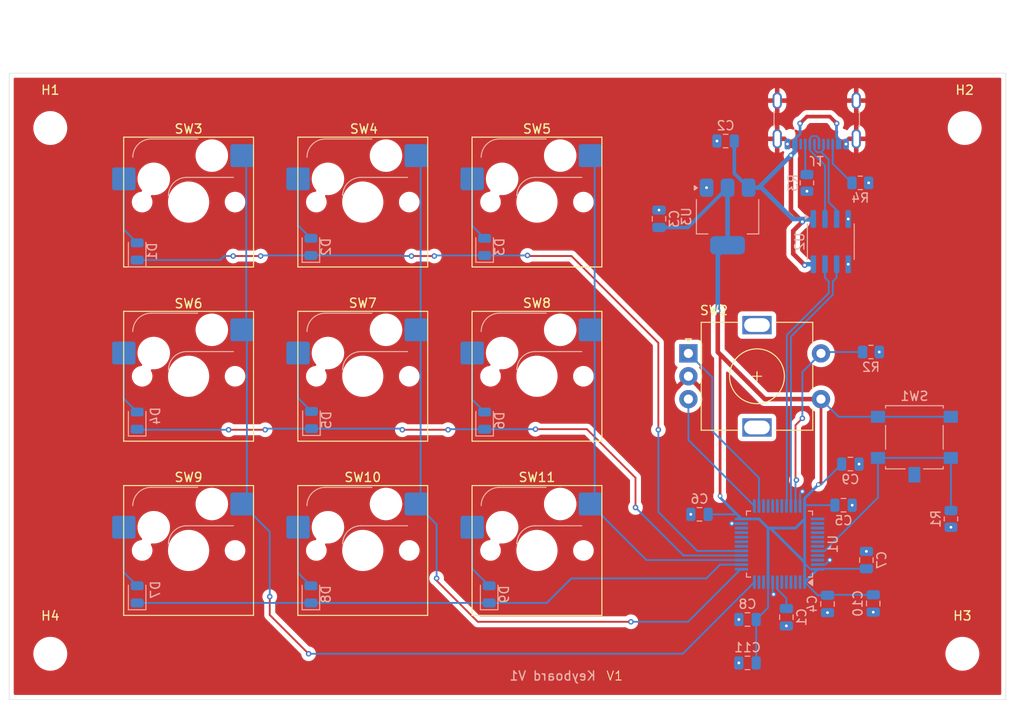
<source format=kicad_pcb>
(kicad_pcb (version 20241229) (generator "pcbnew") (generator_version "9.0")
  (layers (0 "F.Cu" signal) (2 "B.Cu" signal) (13 "F.Paste" user) (15 "B.Paste" user) (5 "F.SilkS" user "F.Silkscreen") (7 "B.SilkS" user "B.Silkscreen") (1 "F.Mask" user) (3 "B.Mask" user) (25 "Edge.Cuts" user))
  (net 0 "")
  (net 1 "GND")
  (net 2 "Net-(U1-NRST)")
  (net 3 "VBUS")
  (net 4 "+3.3V")
  (net 5 "Net-(D1-A)")
  (net 6 "/KR1")
  (net 7 "Net-(D2-A)")
  (net 8 "Net-(D3-A)")
  (net 9 "Net-(D4-A)")
  (net 10 "/KR2")
  (net 11 "Net-(D5-A)")
  (net 12 "Net-(D6-A)")
  (net 13 "/KR3")
  (net 14 "Net-(D7-A)")
  (net 15 "Net-(D8-A)")
  (net 16 "Net-(D9-A)")
  (net 17 "Net-(J1-D+-PadA6)")
  (net 18 "Net-(J1-D--PadA7)")
  (net 20 "Net-(J1-CC2)")
  (net 22 "Net-(J1-CC1)")
  (net 23 "/BOOT0")
  (net 24 "/MUTE")
  (net 25 "/ENCA")
  (net 26 "/ENCB")
  (net 27 "/KC1")
  (net 28 "/KC2")
  (net 29 "/KC3")
  (net 35 "/D+")
  (net 38 "/D-")
  (footprint "PCM_Switch_Keyboard_Hotswap_Kailh:SW_Hotswap_Kailh_MX_1.00u" (layer "F.Cu") (at 47.625 76.2)
    (property "Reference" "SW9")
    (property "Value" "SW_Push")
  )
  (footprint "PCM_Switch_Keyboard_Hotswap_Kailh:SW_Hotswap_Kailh_MX_1.00u" (layer "F.Cu") (at 47.625 38.1)
    (property "Reference" "SW3")
    (property "Value" "SW_Push")
  )
  (footprint "PCM_Switch_Keyboard_Hotswap_Kailh:SW_Hotswap_Kailh_MX_1.00u" (layer "F.Cu") (at 66.675 76.2)
    (property "Reference" "SW10")
    (property "Value" "SW_Push")
  )
  (footprint "PCM_Switch_Keyboard_Hotswap_Kailh:SW_Hotswap_Kailh_MX_1.00u" (layer "F.Cu") (at 85.725 57.15)
    (property "Reference" "SW8")
    (property "Value" "SW_Push")
  )
  (footprint "PCM_Switch_Keyboard_Hotswap_Kailh:SW_Hotswap_Kailh_MX_1.00u" (layer "F.Cu") (at 66.675 57.15)
    (property "Reference" "SW7")
    (property "Value" "SW_Push")
  )
  (footprint "Rotary_Encoder:RotaryEncoder_Alps_EC11E-Switch_Vertical_H20mm" (layer "F.Cu") (at 102.2875 54.65)
    (property "Reference" "SW2")
    (property "Value" "RotaryEncoder_Switch")
  )
  (footprint "PCM_Switch_Keyboard_Hotswap_Kailh:SW_Hotswap_Kailh_MX_1.00u" (layer "F.Cu") (at 66.675 38.1)
    (property "Reference" "SW4")
    (property "Value" "SW_Push")
  )
  (footprint "PCM_Switch_Keyboard_Hotswap_Kailh:SW_Hotswap_Kailh_MX_1.00u" (layer "F.Cu") (at 47.625 57.15)
    (property "Reference" "SW6")
    (property "Value" "SW_Push")
  )
  (footprint "PCM_Switch_Keyboard_Hotswap_Kailh:SW_Hotswap_Kailh_MX_1.00u" (layer "F.Cu") (at 85.725 76.2)
    (property "Reference" "SW11")
    (property "Value" "SW_Push")
  )
  (footprint "MountingHole:MountingHole_3.2mm_M3" (layer "F.Cu") (at 32.5 30)
    (property "Reference" "H1")
    (property "Value" "MountingHole")
  )
  (footprint "MountingHole:MountingHole_3.2mm_M3" (layer "F.Cu") (at 132.5 30)
    (property "Reference" "H2")
    (property "Value" "MountingHole")
  )
  (footprint "MountingHole:MountingHole_3.2mm_M3" (layer "F.Cu") (at 32.5 87.5)
    (property "Reference" "H4")
    (property "Value" "MountingHole")
  )
  (footprint "MountingHole:MountingHole_3.2mm_M3" (layer "F.Cu") (at 132.25 87.5)
    (property "Reference" "H3")
    (property "Value" "MountingHole")
  )
  (footprint "PCM_Switch_Keyboard_Hotswap_Kailh:SW_Hotswap_Kailh_MX_1.00u" (layer "F.Cu") (at 85.725 38.1)
    (property "Reference" "SW5")
    (property "Value" "SW_Push")
  )
  (footprint "Diode_SMD:D_0805_2012Metric" (layer "B.Cu") (at 80.5 81 90)
    (property "Reference" "D9")
    (property "Value" "D")
  )
  (footprint "Connector_USB:USB_C_Receptacle_GCT_USB4105-xx-A_16P_TopMnt_Horizontal" (layer "B.Cu") (at 116.32 28.075)
    (property "Reference" "J1")
    (property "Value" "USB_C_Receptacle_USB2.0_16P")
  )
  (footprint "Resistor_SMD:R_0805_2012Metric" (layer "B.Cu") (at 121.0875 36)
    (property "Reference" "R4")
    (property "Value" "5.1k")
  )
  (footprint "Capacitor_SMD:C_0805_2012Metric" (layer "B.Cu") (at 117.5 82.05 -90)
    (property "Reference" "C4")
    (property "Value" "100n")
  )
  (footprint "Capacitor_SMD:C_0805_2012Metric" (layer "B.Cu") (at 119.25 71.25)
    (property "Reference" "C5")
    (property "Value" "100n")
  )
  (footprint "Package_TO_SOT_SMD:SOT-223-3_TabPin2" (layer "B.Cu") (at 106.57 39.675 -90)
    (property "Reference" "U3")
    (property "Value" "AMS1117-3.3")
  )
  (footprint "Capacitor_SMD:C_0805_2012Metric" (layer "B.Cu") (at 108.75 83.75 180)
    (property "Reference" "C8")
    (property "Value" "10n")
  )
  (footprint "Diode_SMD:D_0805_2012Metric" (layer "B.Cu") (at 80 62 90)
    (property "Reference" "D6")
    (property "Value" "D")
  )
  (footprint "Resistor_SMD:R_0805_2012Metric" (layer "B.Cu") (at 131 72.75 -90)
    (property "Reference" "R1")
    (property "Value" "10k")
  )
  (footprint "Diode_SMD:D_0805_2012Metric" (layer "B.Cu") (at 42 62 90)
    (property "Reference" "D4")
    (property "Value" "D")
  )
  (footprint "Diode_SMD:D_0805_2012Metric" (layer "B.Cu") (at 61 81 90)
    (property "Reference" "D8")
    (property "Value" "D")
  )
  (footprint "Package_QFP:LQFP-48_7x7mm_P0.5mm" (layer "B.Cu") (at 112.25 75.5 90)
    (property "Reference" "U1")
    (property "Value" "STM32F072C8Tx")
  )
  (footprint "Capacitor_SMD:C_0805_2012Metric" (layer "B.Cu") (at 120 66.75)
    (property "Reference" "C9")
    (property "Value" "4.7u")
  )
  (footprint "Capacitor_SMD:C_0805_2012Metric" (layer "B.Cu") (at 99.07 39.925 90)
    (property "Reference" "C3")
    (property "Value" "10u")
  )
  (footprint "Capacitor_SMD:C_0805_2012Metric" (layer "B.Cu") (at 122.5 82 -90)
    (property "Reference" "C10")
    (property "Value" "4.7u")
  )
  (footprint "Package_SO:SOIC-8_3.9x4.9mm_P1.27mm" (layer "B.Cu") (at 117.8575 42.425 -90)
    (property "Reference" "U2")
    (property "Value" "USB6B1")
  )
  (footprint "Button_Switch_SMD:SW_SPST_B3S-1100" (layer "B.Cu") (at 127 64.75 180)
    (property "Reference" "SW1")
    (property "Value" "SW_Push")
  )
  (footprint "Resistor_SMD:R_0805_2012Metric" (layer "B.Cu") (at 115.25 36 -90)
    (property "Reference" "R3")
    (property "Value" "5.1k")
  )
  (footprint "Diode_SMD:D_0805_2012Metric" (layer "B.Cu") (at 42 43.5 90)
    (property "Reference" "D1")
    (property "Value" "D")
  )
  (footprint "Capacitor_SMD:C_0805_2012Metric" (layer "B.Cu") (at 108.75 88.5 180)
    (property "Reference" "C11")
    (property "Value" "1u")
  )
  (footprint "Capacitor_SMD:C_0805_2012Metric" (layer "B.Cu") (at 103.5 72.25 180)
    (property "Reference" "C6")
    (property "Value" "100n")
  )
  (footprint "Capacitor_SMD:C_0805_2012Metric" (layer "B.Cu") (at 106.3575 31.425 180)
    (property "Reference" "C2")
    (property "Value" "10u")
  )
  (footprint "Capacitor_SMD:C_0805_2012Metric" (layer "B.Cu") (at 121.75 77.25 90)
    (property "Reference" "C7")
    (property "Value" "100n")
  )
  (footprint "Diode_SMD:D_0805_2012Metric" (layer "B.Cu") (at 42 81 90)
    (property "Reference" "D7")
    (property "Value" "D")
  )
  (footprint "Capacitor_SMD:C_0805_2012Metric" (layer "B.Cu") (at 113 83.5 90)
    (property "Reference" "C1")
    (property "Value" "100n")
  )
  (footprint "Resistor_SMD:R_0805_2012Metric" (layer "B.Cu") (at 122.25 54.5)
    (property "Reference" "R2")
    (property "Value" "10k")
  )
  (footprint "Diode_SMD:D_0805_2012Metric" (layer "B.Cu") (at 61 43 90)
    (property "Reference" "D2")
    (property "Value" "D")
  )
  (footprint "Diode_SMD:D_0805_2012Metric" (layer "B.Cu") (at 61.0625 61.9375 90)
    (property "Reference" "D5")
    (property "Value" "D")
  )
  (footprint "Diode_SMD:D_0805_2012Metric" (layer "B.Cu") (at 80 43 90)
    (property "Reference" "D3")
    (property "Value" "D")
  )
  (gr_line (start 137 24) (end 137 92.5) (stroke (width 0.05)) (layer "Edge.Cuts"))
  (gr_line (start 28 24) (end 137 24) (stroke (width 0.05)) (layer "Edge.Cuts"))
  (gr_line (start 137 92.5) (end 28 92.5) (stroke (width 0.05)) (layer "Edge.Cuts"))
  (gr_line (start 28 24) (end 28 92.5) (stroke (width 0.05)) (layer "Edge.Cuts"))
  (gr_text "V1" (at 93.25 90.5 0) (layer "F.SilkS") (effects (font (size 1 1) (thickness 0.1)) (justify left bottom)))
  (gr_text "Keyboard V1" (at 92.25 90.5 0) (layer "B.SilkS") (effects (font (size 1 1)) (justify left bottom mirror)))
  (via (at 120.95 66.75) (size 0.6) (drill 0.3) (layers "F.Cu" "B.Cu") (net 1))
  (via (at 131 73.6625) (size 0.6) (drill 0.3) (layers "F.Cu" "B.Cu") (net 1))
  (via (at 119.52 31.755) (size 0.6) (drill 0.3) (layers "F.Cu" "B.Cu") (net 1))
  (via (at 122.5 82.95) (size 0.6) (drill 0.3) (layers "F.Cu" "B.Cu") (net 1))
  (via (at 114.75 69.75) (size 0.6) (drill 0.3) (layers "F.Cu" "B.Cu") (net 1))
  (via (at 123.1625 54.5) (size 0.6) (drill 0.3) (layers "F.Cu" "B.Cu") (net 1))
  (via (at 120.2 71.25) (size 0.6) (drill 0.3) (layers "F.Cu" "B.Cu") (net 1))
  (via (at 105.4075 31.425) (size 0.6) (drill 0.3) (layers "F.Cu" "B.Cu") (net 1))
  (via (at 115.25 36.9125) (size 0.6) (drill 0.3) (layers "F.Cu" "B.Cu") (net 1))
  (via (at 117.5 83) (size 0.6) (drill 0.3) (layers "F.Cu" "B.Cu") (net 1))
  (via (at 111.6 81) (size 0.6) (drill 0.3) (layers "F.Cu" "B.Cu") (net 1))
  (via (at 107.8 83.75) (size 0.6) (drill 0.3) (layers "F.Cu" "B.Cu") (net 1))
  (via (at 107.8 88.5) (size 0.6) (drill 0.3) (layers "F.Cu" "B.Cu") (net 1))
  (via (at 113.12 31.755) (size 0.6) (drill 0.3) (layers "F.Cu" "B.Cu") (net 1))
  (via (at 107.035648 73.25) (size 0.6) (drill 0.3) (layers "F.Cu" "B.Cu") (net 1))
  (via (at 99.07 38.975) (size 0.6) (drill 0.3) (layers "F.Cu" "B.Cu") (net 1))
  (via (at 113 84.45) (size 0.6) (drill 0.3) (layers "F.Cu" "B.Cu") (net 1))
  (via (at 102.55 72.25) (size 0.6) (drill 0.3) (layers "F.Cu" "B.Cu") (net 1))
  (via (at 122 36) (size 0.6) (drill 0.3) (layers "F.Cu" "B.Cu") (net 1))
  (via (at 121.75 76.3) (size 0.6) (drill 0.3) (layers "F.Cu" "B.Cu") (net 1))
  (via (at 119.7625 44.9) (size 0.6) (drill 0.3) (layers "F.Cu" "B.Cu") (net 1))
  (via (at 104.27 36.525) (size 0.6) (drill 0.3) (layers "F.Cu" "B.Cu") (net 1))
  (via (at 117.75 77.25) (size 0.6) (drill 0.3) (layers "F.Cu" "B.Cu") (net 1))
  (via (at 119.7625 39.95) (size 0.6) (drill 0.3) (layers "F.Cu" "B.Cu") (net 1))
  (segment (start 117.25 77.75) (end 117.75 77.25) (width 0.2) (layer "B.Cu") (net 1))
  (segment (start 111.5 79.6625) (end 111.5 80.9) (width 0.2) (layer "B.Cu") (net 1))
  (segment (start 111.5 80.9) (end 111.6 81) (width 0.2) (layer "B.Cu") (net 1))
  (segment (start 114.5 71.3375) (end 114.5 70) (width 0.2) (layer "B.Cu") (net 1))
  (segment (start 116.4125 77.75) (end 117.25 77.75) (width 0.2) (layer "B.Cu") (net 1))
  (segment (start 108.0875 73.25) (end 107.035648 73.25) (width 0.2) (layer "B.Cu") (net 1))
  (segment (start 114.5 70) (end 114.75 69.75) (width 0.2) (layer "B.Cu") (net 1))
  (segment (start 112 80.433824) (end 112 79.6625) (width 0.2) (layer "B.Cu") (net 2))
  (segment (start 113 81.433824) (end 112 80.433824) (width 0.2) (layer "B.Cu") (net 2))
  (segment (start 113 82.55) (end 113 81.433824) (width 0.2) (layer "B.Cu") (net 2))
  (segment (start 113.5 39) (end 114.75 40.25) (width 0.5) (layer "F.Cu") (net 3))
  (segment (start 115.25 28.75) (end 117.75 28.75) (width 0.4) (layer "F.Cu") (net 3))
  (segment (start 114.5 29.5) (end 115.25 28.75) (width 0.4) (layer "F.Cu") (net 3))
  (segment (start 113.75 41.25) (end 113.75 43.75) (width 0.5) (layer "F.Cu") (net 3))
  (segment (start 113.5 33) (end 113.5 39) (width 0.5) (layer "F.Cu") (net 3))
  (segment (start 117.75 28.75) (end 118.5 29.5) (width 0.4) (layer "F.Cu") (net 3))
  (segment (start 113.75 43.75) (end 115 45) (width 0.5) (layer "F.Cu") (net 3))
  (segment (start 114.75 40.25) (end 113.75 41.25) (width 0.5) (layer "F.Cu") (net 3))
  (via (at 114.5 29.5) (size 0.6) (drill 0.3) (layers "F.Cu" "B.Cu") (net 3))
  (via (at 113.5 33) (size 0.6) (drill 0.3) (layers "F.Cu" "B.Cu") (net 3))
  (via (at 114.75 40.25) (size 0.6) (drill 0.3) (layers "F.Cu" "B.Cu") (net 3))
  (via (at 118.5 29.5) (size 0.6) (drill 0.3) (layers "F.Cu" "B.Cu") (net 3))
  (via (at 115 45) (size 0.6) (drill 0.3) (layers "F.Cu" "B.Cu") (net 3))
  (segment (start 107.3075 31.425) (end 107.3075 34.9625) (width 0.4) (layer "B.Cu") (net 3))
  (segment (start 113.92 31.225466) (end 114.5 30.645466) (width 0.3) (layer "B.Cu") (net 3))
  (segment (start 115.9525 44.9) (end 115.1 44.9) (width 0.5) (layer "B.Cu") (net 3))
  (segment (start 113.7 39.95) (end 115.9525 39.95) (width 0.5) (layer "B.Cu") (net 3))
  (segment (start 114.75 40.25) (end 115 40) (width 0.5) (layer "B.Cu") (net 3))
  (segment (start 110.275 36.525) (end 113.7 39.95) (width 0.5) (layer "B.Cu") (net 3))
  (segment (start 108.87 36.525) (end 110.275 36.525) (width 0.5) (layer "B.Cu") (net 3))
  (segment (start 118.484 29.516) (end 118.5 29.5) (width 0.3) (layer "B.Cu") (net 3))
  (segment (start 115 40) (end 115.9025 40) (width 0.5) (layer "B.Cu") (net 3))
  (segment (start 107.3075 34.9625) (end 108.87 36.525) (width 0.4) (layer "B.Cu") (net 3))
  (segment (start 113.92 31.755) (end 113.92 32.58) (width 0.5) (layer "B.Cu") (net 3))
  (segment (start 115.1 44.9) (end 115 45) (width 0.5) (layer "B.Cu") (net 3))
  (segment (start 118.484 30.984) (end 118.484 29.516) (width 0.3) (layer "B.Cu") (net 3))
  (segment (start 113.92 31.755) (end 113.92 31.225466) (width 0.3) (layer "B.Cu") (net 3))
  (segment (start 115.9025 40) (end 115.9525 39.95) (width 0.5) (layer "B.Cu") (net 3))
  (segment (start 109.975 36.525) (end 108.87 36.525) (width 0.5) (layer "B.Cu") (net 3))
  (segment (start 118.72 31.755) (end 118.72 31.22) (width 0.3) (layer "B.Cu") (net 3))
  (segment (start 114.5 30.645466) (end 114.5 29.5) (width 0.3) (layer "B.Cu") (net 3))
  (segment (start 113.5 33) (end 109.975 36.525) (width 0.5) (layer "B.Cu") (net 3))
  (segment (start 118.72 31.22) (end 118.484 30.984) (width 0.3) (layer "B.Cu") (net 3))
  (segment (start 113.92 32.58) (end 113.5 33) (width 0.5) (layer "B.Cu") (net 3))
  (segment (start 110.65 59.65) (end 106 55) (width 0.5) (layer "F.Cu") (net 4))
  (segment (start 116.7875 68.7125) (end 116.7875 59.65) (width 0.3) (layer "F.Cu") (net 4))
  (segment (start 105.5 54.5) (end 105.5 50) (width 0.5) (layer "F.Cu") (net 4))
  (segment (start 105.75 54.75) (end 105.5 54.5) (width 0.3) (layer "F.Cu") (net 4))
  (segment (start 105.75 70.25) (end 105.75 54.75) (width 0.3) (layer "F.Cu") (net 4))
  (segment (start 116.5 69) (end 116.7875 68.7125) (width 0.3) (layer "F.Cu") (net 4))
  (segment (start 116.7875 59.65) (end 110.65 59.65) (width 0.5) (layer "F.Cu") (net 4))
  (segment (start 106 55) (end 105.5 54.5) (width 0.5) (layer "F.Cu") (net 4))
  (via (at 105.5 50) (size 0.6) (drill 0.3) (layers "F.Cu" "B.Cu") (net 4))
  (via (at 105.75 70.25) (size 0.5) (drill 0.3) (layers "F.Cu" "B.Cu") (net 4))
  (via (at 116.5 69) (size 0.5) (drill 0.3) (layers "F.Cu" "B.Cu") (net 4))
  (segment (start 114 73.75) (end 115 72.75) (width 0.3) (layer "B.Cu") (net 4))
  (segment (start 123.02 61.58) (end 118.7175 61.58) (width 0.2) (layer "B.Cu") (net 4))
  (segment (start 117.55 81.05) (end 117.5 81.1) (width 0.2) (layer "B.Cu") (net 4))
  (segment (start 108.0875 72.75) (end 105.75 70.4125) (width 0.3) (layer "B.Cu") (net 4))
  (segment (start 118.3 71.25) (end 115.0875 71.25) (width 0.2) (layer "B.Cu") (net 4))
  (segment (start 111 79.6625) (end 111 73.75) (width 0.3) (layer "B.Cu") (net 4))
  (segment (start 115 70.5) (end 116.5 69) (width 0.3) (layer "B.Cu") (net 4))
  (segment (start 115.641176 78.25) (end 115 77.608824) (width 0.2) (layer "B.Cu") (net 4))
  (segment (start 115.0875 71.25) (end 115 71.3375) (width 0.2) (layer "B.Cu") (net 4))
  (segment (start 99.07 40.875) (end 102.22 40.875) (width 0.4) (layer "B.Cu") (net 4))
  (segment (start 110 72.75) (end 108.0875 72.75) (width 0.3) (layer "B.Cu") (net 4))
  (segment (start 119.05 66.75) (end 116.8 69) (width 0.2) (layer "B.Cu") (net 4))
  (segment (start 115 77.5) (end 115 72.75) (width 0.3) (layer "B.Cu") (net 4))
  (segment (start 118.7175 61.58) (end 116.7875 59.65) (width 0.2) (layer "B.Cu") (net 4))
  (segment (start 115 77.608824) (end 115 77.5) (width 0.2) (layer "B.Cu") (net 4))
  (segment (start 111 82.45) (end 111 79.6625) (width 0.2) (layer "B.Cu") (net 4))
  (segment (start 109.7 83.75) (end 111 82.45) (width 0.2) (layer "B.Cu") (net 4))
  (segment (start 116.4625 78.2) (end 116.4125 78.25) (width 0.2) (layer "B.Cu") (net 4))
  (segment (start 115 71.3375) (end 115 70.5) (width 0.3) (layer "B.Cu") (net 4))
  (segment (start 116.8 69) (end 116.5 69) (width 0.2) (layer "B.Cu") (net 4))
  (segment (start 105.75 70.4125) (end 105.75 70.25) (width 0.3) (layer "B.Cu") (net 4))
  (segment (start 109.7 88.5) (end 109.7 83.75) (width 0.2) (layer "B.Cu") (net 4))
  (segment (start 111 73.75) (end 111.25 73.75) (width 0.3) (layer "B.Cu") (net 4))
  (segment (start 117.5 81.1) (end 116.4375 81.1) (width 0.2) (layer "B.Cu") (net 4))
  (segment (start 107.5875 72.25) (end 108.0875 72.75) (width 0.2) (layer "B.Cu") (net 4))
  (segment (start 121.75 78.2) (end 116.4625 78.2) (width 0.2) (layer "B.Cu") (net 4))
  (segment (start 111 73.75) (end 114 73.75) (width 0.3) (layer "B.Cu") (net 4))
  (segment (start 116.4125 78.25) (end 115.641176 78.25) (width 0.2) (layer "B.Cu") (net 4))
  (segment (start 116.7875 59.65) (end 117.24075 59.65) (width 0.5) (layer "B.Cu") (net 4))
  (segment (start 116.4375 81.1) (end 115 79.6625) (width 0.2) (layer "B.Cu") (net 4))
  (segment (start 105.5 43.895) (end 105.5 50) (width 0.5) (layer "B.Cu") (net 4))
  (segment (start 115 72.75) (end 115 71.3375) (width 0.3) (layer "B.Cu") (net 4))
  (segment (start 122.5 81.05) (end 117.55 81.05) (width 0.2) (layer "B.Cu") (net 4))
  (segment (start 104.45 72.25) (end 107.5875 72.25) (width 0.2) (layer "B.Cu") (net 4))
  (segment (start 130.98 61.58) (end 123.02 61.58) (width 0.2) (layer "B.Cu") (net 4))
  (segment (start 102.22 40.875) (end 106.57 36.525) (width 0.4) (layer "B.Cu") (net 4))
  (segment (start 115 79.6625) (end 116.4125 78.25) (width 0.3) (layer "B.Cu") (net 4))
  (segment (start 106.57 36.525) (end 106.57 42.825) (width 0.5) (layer "B.Cu") (net 4))
  (segment (start 106.57 42.825) (end 105.5 43.895) (width 0.5) (layer "B.Cu") (net 4))
  (segment (start 111.25 73.75) (end 115 77.5) (width 0.3) (layer "B.Cu") (net 4))
  (segment (start 111 73.75) (end 110 72.75) (width 0.3) (layer "B.Cu") (net 4))
  (segment (start 115 79.6625) (end 115 77.5) (width 0.3) (layer "B.Cu") (net 4))
  (segment (start 40.54 41.1025) (end 42 42.5625) (width 0.2) (layer "B.Cu") (net 5))
  (segment (start 40.54 35.56) (end 40.54 41.1025) (width 0.2) (layer "B.Cu") (net 5))
  (segment (start 84.6875 43.9375) (end 84.75 44) (width 0.2) (layer "F.Cu") (net 6))
  (segment (start 84.75 44) (end 89.5 44) (width 0.2) (layer "F.Cu") (net 6))
  (segment (start 55.5 44) (end 52.5 44) (width 0.2) (layer "F.Cu") (net 6))
  (segment (start 99 53.5) (end 99 63) (width 0.2) (layer "F.Cu") (net 6))
  (segment (start 74.5 44) (end 72 44) (width 0.2) (layer "F.Cu") (net 6))
  (segment (start 89.5 44) (end 99 53.5) (width 0.2) (layer "F.Cu") (net 6))
  (via (at 84.6875 43.9375) (size 0.6) (drill 0.3) (layers "F.Cu" "B.Cu") (net 6))
  (via (at 74.5 44) (size 0.6) (drill 0.3) (layers "F.Cu" "B.Cu") (net 6))
  (via (at 72 44) (size 0.6) (drill 0.3) (layers "F.Cu" "B.Cu") (net 6))
  (via (at 99 63) (size 0.6) (drill 0.3) (layers "F.Cu" "B.Cu") (net 6))
  (via (at 55.5 44) (size 0.6) (drill 0.3) (layers "F.Cu" "B.Cu") (net 6))
  (via (at 52.5 44) (size 0.6) (drill 0.3) (layers "F.Cu" "B.Cu") (net 6))
  (segment (start 84.6875 43.9375) (end 80 43.9375) (width 0.2) (layer "B.Cu") (net 6))
  (segment (start 74.5625 43.9375) (end 74.5 44) (width 0.2) (layer "B.Cu") (net 6))
  (segment (start 108.0875 76.25) (end 103.25 76.25) (width 0.2) (layer "B.Cu") (net 6))
  (segment (start 99 63) (end 99 63.25) (width 0.2) (layer "B.Cu") (net 6))
  (segment (start 61 43.9375) (end 55.5625 43.9375) (width 0.2) (layer "B.Cu") (net 6))
  (segment (start 70.9375 43.9375) (end 61 43.9375) (width 0.2) (layer "B.Cu") (net 6))
  (segment (start 52.5 44) (end 51.5 44) (width 0.2) (layer "B.Cu") (net 6))
  (segment (start 51.0625 44.4375) (end 42 44.4375) (width 0.2) (layer "B.Cu") (net 6))
  (segment (start 72 44) (end 71 44) (width 0.2) (layer "B.Cu") (net 6))
  (segment (start 71 44) (end 70.9375 43.9375) (width 0.2) (layer "B.Cu") (net 6))
  (segment (start 103.25 76.25) (end 99.5 72.5) (width 0.2) (layer "B.Cu") (net 6))
  (segment (start 80 43.9375) (end 74.5625 43.9375) (width 0.2) (layer "B.Cu") (net 6))
  (segment (start 99 72) (end 99 63) (width 0.2) (layer "B.Cu") (net 6))
  (segment (start 99.5 72.5) (end 99 72) (width 0.2) (layer "B.Cu") (net 6))
  (segment (start 55.5625 43.9375) (end 55.5 44) (width 0.2) (layer "B.Cu") (net 6))
  (segment (start 51.5 44) (end 51.0625 44.4375) (width 0.2) (layer "B.Cu") (net 6))
  (segment (start 59.59 35.56) (end 59.59 40.6525) (width 0.2) (layer "B.Cu") (net 7))
  (segment (start 59.59 40.6525) (end 61 42.0625) (width 0.2) (layer "B.Cu") (net 7))
  (segment (start 80 42.0625) (end 78.64 40.7025) (width 0.2) (layer "B.Cu") (net 8))
  (segment (start 78.64 40.7025) (end 78.64 35.56) (width 0.2) (layer "B.Cu") (net 8))
  (segment (start 40.54 59.6025) (end 40.54 54.61) (width 0.2) (layer "B.Cu") (net 9))
  (segment (start 42 61.0625) (end 40.54 59.6025) (width 0.2) (layer "B.Cu") (net 9))
  (segment (start 71 63) (end 76 63) (width 0.2) (layer "F.Cu") (net 10))
  (segment (start 52 63) (end 56 63) (width 0.2) (layer "F.Cu") (net 10))
  (segment (start 96.5 68.25) (end 91.1875 62.9375) (width 0.2) (layer "F.Cu") (net 10))
  (segment (start 96.5 71.5) (end 96.5 68.25) (width 0.2) (layer "F.Cu") (net 10))
  (segment (start 91.1875 62.9375) (end 85.5625 62.9375) (width 0.2) (layer "F.Cu") (net 10))
  (via (at 96.5 71.5) (size 0.6) (drill 0.3) (layers "F.Cu" "B.Cu") (net 10))
  (via (at 85.5625 62.9375) (size 0.6) (drill 0.3) (layers "F.Cu" "B.Cu") (net 10))
  (via (at 52 63) (size 0.6) (drill 0.3) (layers "F.Cu" "B.Cu") (net 10))
  (via (at 71 63) (size 0.6) (drill 0.3) (layers "F.Cu" "B.Cu") (net 10))
  (via (at 56 63) (size 0.6) (drill 0.3) (layers "F.Cu" "B.Cu") (net 10))
  (via (at 76 63) (size 0.6) (drill 0.3) (layers "F.Cu" "B.Cu") (net 10))
  (segment (start 101.75 76.75) (end 108.0875 76.75) (width 0.2) (layer "B.Cu") (net 10))
  (segment (start 76 63) (end 76.0625 62.9375) (width 0.2) (layer "B.Cu") (net 10))
  (segment (start 61.0625 62.875) (end 70.875 62.875) (width 0.2) (layer "B.Cu") (net 10))
  (segment (start 76.0625 62.9375) (end 80 62.9375) (width 0.2) (layer "B.Cu") (net 10))
  (segment (start 96.5 71.5) (end 101.75 76.75) (width 0.2) (layer "B.Cu") (net 10))
  (segment (start 42.0625 63) (end 52 63) (width 0.2) (layer "B.Cu") (net 10))
  (segment (start 80 62.9375) (end 85.5625 62.9375) (width 0.2) (layer "B.Cu") (net 10))
  (segment (start 56 63) (end 56.125 62.875) (width 0.2) (layer "B.Cu") (net 10))
  (segment (start 42 62.9375) (end 42.0625 63) (width 0.2) (layer "B.Cu") (net 10))
  (segment (start 70.875 62.875) (end 71 63) (width 0.2) (layer "B.Cu") (net 10))
  (segment (start 56.125 62.875) (end 61.0625 62.875) (width 0.2) (layer "B.Cu") (net 10))
  (segment (start 59.59 59.5275) (end 61.0625 61) (width 0.2) (layer "B.Cu") (net 11))
  (segment (start 59.59 54.61) (end 59.59 59.5275) (width 0.2) (layer "B.Cu") (net 11))
  (segment (start 78.64 59.7025) (end 80 61.0625) (width 0.2) (layer "B.Cu") (net 12))
  (segment (start 78.64 54.61) (end 78.64 59.7025) (width 0.2) (layer "B.Cu") (net 12))
  (segment (start 79.9375 81.9375) (end 61 81.9375) (width 0.2) (layer "B.Cu") (net 13))
  (segment (start 80.0625 81.9375) (end 80 82) (width 0.2) (layer "B.Cu") (net 13))
  (segment (start 105.75 77.75) (end 108.0875 77.75) (width 0.2) (layer "B.Cu") (net 13))
  (segment (start 89.488826 79.25) (end 86.801326 81.9375) (width 0.2) (layer "B.Cu") (net 13))
  (segment (start 80 82) (end 79.9375 81.9375) (width 0.2) (layer "B.Cu") (net 13))
  (segment (start 61 81.9375) (end 42 81.9375) (width 0.2) (layer "B.Cu") (net 13))
  (segment (start 80.5 81.9375) (end 80.0625 81.9375) (width 0.2) (layer "B.Cu") (net 13))
  (segment (start 104.25 79.25) (end 105.75 77.75) (width 0.2) (layer "B.Cu") (net 13))
  (segment (start 104.25 79.25) (end 89.488826 79.25) (width 0.2) (layer "B.Cu") (net 13))
  (segment (start 108.0875 77.75) (end 108.0385 77.799) (width 0.2) (layer "B.Cu") (net 13))
  (segment (start 86.801326 81.9375) (end 80.5 81.9375) (width 0.2) (layer "B.Cu") (net 13))
  (segment (start 40.54 78.6025) (end 42 80.0625) (width 0.2) (layer "B.Cu") (net 14))
  (segment (start 40.54 73.66) (end 40.54 78.6025) (width 0.2) (layer "B.Cu") (net 14))
  (segment (start 59.59 73.66) (end 59.59 78.6525) (width 0.2) (layer "B.Cu") (net 15))
  (segment (start 59.59 78.6525) (end 61 80.0625) (width 0.2) (layer "B.Cu") (net 15))
  (segment (start 78.64 73.66) (end 78.64 78.2025) (width 0.2) (layer "B.Cu") (net 16))
  (segment (start 78.64 78.2025) (end 80.5 80.0625) (width 0.2) (layer "B.Cu") (net 16))
  (segment (start 117.6235 38.106001) (end 118.4925 38.975001) (width 0.2) (layer "B.Cu") (net 17))
  (segment (start 118.4925 38.975001) (end 118.4925 39.95) (width 0.2) (layer "B.Cu") (net 17))
  (segment (start 116.337176 32.631) (end 116.07 32.363824) (width 0.2) (layer "B.Cu") (net 17))
  (segment (start 117.07 31.755) (end 117.07 32.363824) (width 0.2) (layer "B.Cu") (net 17))
  (segment (start 116.802824 32.631) (end 117.6235 33.451676) (width 0.2) (layer "B.Cu") (net 17))
  (segment (start 116.07 32.363824) (end 116.07 31.755) (width 0.2) (layer "B.Cu") (net 17))
  (segment (start 117.6235 33.451676) (end 117.6235 38.106001) (width 0.2) (layer "B.Cu") (net 17))
  (segment (start 116.802824 32.631) (end 116.337176 32.631) (width 0.2) (layer "B.Cu") (net 17))
  (segment (start 117.07 32.363824) (end 116.802824 32.631) (width 0.2) (layer "B.Cu") (net 17))
  (segment (start 115.57 31.755) (end 115.57 32.43) (width 0.2) (layer "B.Cu") (net 18))
  (segment (start 115.57 32.43) (end 117.2225 34.0825) (width 0.2) (layer "B.Cu") (net 18))
  (segment (start 115.837176 30.879) (end 116.302824 30.879) (width 0.2) (layer "B.Cu") (net 18))
  (segment (start 117.2225 34.0825) (end 117.2225 39.95) (width 0.2) (layer "B.Cu") (net 18))
  (segment (start 116.302824 30.879) (end 116.57 31.146176) (width 0.2) (layer "B.Cu") (net 18))
  (segment (start 115.57 31.146176) (end 115.837176 30.879) (width 0.2) (layer "B.Cu") (net 18))
  (segment (start 116.57 31.146176) (end 116.57 31.755) (width 0.2) (layer "B.Cu") (net 18))
  (segment (start 115.57 31.755) (end 115.57 31.146176) (width 0.2) (layer "B.Cu") (net 18))
  (segment (start 120.175 36) (end 118.07 33.895) (width 0.2) (layer "B.Cu") (net 20))
  (segment (start 118.07 33.895) (end 118.07 31.755) (width 0.2) (layer "B.Cu") (net 20))
  (segment (start 115.25 35.0875) (end 115.07 34.9075) (width 0.2) (layer "B.Cu") (net 22))
  (segment (start 115.07 34.9075) (end 115.07 31.755) (width 0.2) (layer "B.Cu") (net 22))
  (segment (start 130.98 66.08) (end 130.98 66.48) (width 0.2) (layer "B.Cu") (net 23))
  (segment (start 123.02 70.413824) (end 117.183824 76.25) (width 0.2) (layer "B.Cu") (net 23))
  (segment (start 131 66.5) (end 131 71.8375) (width 0.2) (layer "B.Cu") (net 23))
  (segment (start 123.02 66.08) (end 130.98 66.08) (width 0.2) (layer "B.Cu") (net 23))
  (segment (start 117.183824 76.25) (end 116.4125 76.25) (width 0.2) (layer "B.Cu") (net 23))
  (segment (start 130.98 66.48) (end 131 66.5) (width 0.2) (layer "B.Cu") (net 23))
  (segment (start 123.02 66.08) (end 123.02 70.413824) (width 0.2) (layer "B.Cu") (net 23))
  (segment (start 114 68.4) (end 114.1 68.5) (width 0.2) (layer "F.Cu") (net 24))
  (segment (start 114 64.25) (end 114 68.4) (width 0.2) (layer "F.Cu") (net 24))
  (segment (start 114 62.5) (end 114 64.25) (width 0.2) (layer "F.Cu") (net 24))
  (segment (start 114.75 61.75) (end 114 62.5) (width 0.2) (layer "F.Cu") (net 24))
  (via (at 114.1 68.5) (size 0.6) (drill 0.3) (layers "F.Cu" "B.Cu") (net 24))
  (via (at 114.75 61.75) (size 0.6) (drill 0.3) (layers "F.Cu" "B.Cu") (net 24))
  (segment (start 114.1 68.5) (end 114 68.6) (width 0.2) (layer "B.Cu") (net 24))
  (segment (start 114 68.6) (end 114 71.3375) (width 0.2) (layer "B.Cu") (net 24))
  (segment (start 114.75 56.6875) (end 114.75 61.75) (width 0.2) (layer "B.Cu") (net 24))
  (segment (start 116.7875 54.65) (end 114.75 56.6875) (width 0.2) (layer "B.Cu") (net 24))
  (segment (start 116.9375 54.5) (end 116.7875 54.65) (width 0.2) (layer "B.Cu") (net 24))
  (segment (start 121.3375 54.5) (end 116.9375 54.5) (width 0.2) (layer "B.Cu") (net 24))
  (segment (start 102.2875 54.65) (end 104.8895 57.252) (width 0.2) (layer "B.Cu") (net 25))
  (segment (start 104.8895 63.1395) (end 110 68.25) (width 0.2) (layer "B.Cu") (net 25))
  (segment (start 110 68.25) (end 110 71.3375) (width 0.2) (layer "B.Cu") (net 25))
  (segment (start 104.8895 57.252) (end 104.8895 63.1395) (width 0.2) (layer "B.Cu") (net 25))
  (segment (start 109.5 71.3375) (end 102.2875 64.125) (width 0.2) (layer "B.Cu") (net 26))
  (segment (start 102.2875 64.125) (end 102.2875 59.65) (width 0.2) (layer "B.Cu") (net 26))
  (segment (start 56.5 81.25) (end 56.5 83.25) (width 0.2) (layer "F.Cu") (net 27))
  (segment (start 56.5 83.25) (end 60.75 87.5) (width 0.2) (layer "F.Cu") (net 27))
  (via (at 56.5 81.25) (size 0.6) (drill 0.3) (layers "F.Cu" "B.Cu") (net 27))
  (via (at 60.75 87.5) (size 0.6) (drill 0.3) (layers "F.Cu" "B.Cu") (net 27))
  (segment (start 56.5 74.153) (end 56.5 81.25) (width 0.2) (layer "B.Cu") (net 27))
  (segment (start 53.467 52.07) (end 54 52.603) (width 0.2) (layer "B.Cu") (net 27))
  (segment (start 53.931 33.484) (end 53.931 51.606) (width 0.2) (layer "B.Cu") (net 27))
  (segment (start 101.6625 87.5) (end 109.5 79.6625) (width 0.2) (layer "B.Cu") (net 27))
  (segment (start 54 52.603) (end 54 70.587) (width 0.2) (layer "B.Cu") (net 27))
  (segment (start 53.467 33.02) (end 53.931 33.484) (width 0.2) (layer "B.Cu") (net 27))
  (segment (start 60.75 87.5) (end 101.6625 87.5) (width 0.2) (layer "B.Cu") (net 27))
  (segment (start 53.931 51.606) (end 53.467 52.07) (width 0.2) (layer "B.Cu") (net 27))
  (segment (start 54 70.587) (end 53.467 71.12) (width 0.2) (layer "B.Cu") (net 27))
  (segment (start 53.467 71.12) (end 56.5 74.153) (width 0.2) (layer "B.Cu") (net 27))
  (segment (start 96 84) (end 79.25 84) (width 0.2) (layer "F.Cu") (net 28))
  (segment (start 74.75 79.5) (end 74.75 79.25) (width 0.2) (layer "F.Cu") (net 28))
  (segment (start 79.25 84) (end 74.75 79.5) (width 0.2) (layer "F.Cu") (net 28))
  (via (at 74.75 79.25) (size 0.6) (drill 0.3) (layers "F.Cu" "B.Cu") (net 28))
  (via (at 96 84) (size 0.6) (drill 0.3) (layers "F.Cu" "B.Cu") (net 28))
  (segment (start 74.75 79.25) (end 74.75 73.353) (width 0.2) (layer "B.Cu") (net 28))
  (segment (start 72.98 33.02) (end 73 33) (width 0.2) (layer "B.Cu") (net 28))
  (segment (start 102.25 84) (end 96 84) (width 0.2) (layer "B.Cu") (net 28))
  (segment (start 73 52.553) (end 73 70.637) (width 0.2) (layer "B.Cu") (net 28))
  (segment (start 72.517 33.02) (end 72.98 33.02) (width 0.2) (layer "B.Cu") (net 28))
  (segment (start 108 78.25) (end 102.25 84) (width 0.2) (layer "B.Cu") (net 28))
  (segment (start 108.0875 78.25) (end 108 78.25) (width 0.2) (layer "B.Cu") (net 28))
  (segment (start 72.517 52.07) (end 73 52.553) (width 0.2) (layer "B.Cu") (net 28))
  (segment (start 73 33) (end 73 51.587) (width 0.2) (layer "B.Cu") (net 28))
  (segment (start 73 70.637) (end 72.517 71.12) (width 0.2) (layer "B.Cu") (net 28))
  (segment (start 73 51.587) (end 72.517 52.07) (width 0.2) (layer "B.Cu") (net 28))
  (segment (start 74.75 73.353) (end 72.517 71.12) (width 0.2) (layer "B.Cu") (net 28))
  (segment (start 92.031 51.606) (end 91.567 52.07) (width 0.2) (layer "B.Cu") (net 29))
  (segment (start 92.031 52.534) (end 91.567 52.07) (width 0.2) (layer "B.Cu") (net 29))
  (segment (start 91.567 71.12) (end 92.031 70.656) (width 0.2) (layer "B.Cu") (net 29))
  (segment (start 91.567 33.02) (end 92.031 33.484) (width 0.2) (layer "B.Cu") (net 29))
  (segment (start 92.031 33.484) (end 92.031 51.606) (width 0.2) (layer "B.Cu") (net 29))
  (segment (start 97.697 77.25) (end 91.567 71.12) (width 0.2) (layer "B.Cu") (net 29))
  (segment (start 108.0875 77.25) (end 97.697 77.25) (width 0.2) (layer "B.Cu") (net 29))
  (segment (start 92.031 70.656) (end 92.031 52.534) (width 0.2) (layer "B.Cu") (net 29))
  (segment (start 113.5 52.818198) (end 113.5 71.5) (width 0.2) (layer "B.Cu") (net 35))
  (segment (start 118.4925 46.362501) (end 118.0825 46.772501) (width 0.2) (layer "B.Cu") (net 35))
  (segment (start 118.0825 48.235698) (end 113.5 52.818198) (width 0.2) (layer "B.Cu") (net 35))
  (segment (start 118.4925 44.9) (end 118.4925 46.362501) (width 0.2) (layer "B.Cu") (net 35))
  (segment (start 118.0825 46.772501) (end 118.0825 48.235698) (width 0.2) (layer "B.Cu") (net 35))
  (segment (start 117.2225 46.362501) (end 117.6325 46.772501) (width 0.2) (layer "B.Cu") (net 38))
  (segment (start 117.2225 44.9) (end 117.2225 46.362501) (width 0.2) (layer "B.Cu") (net 38))
  (segment (start 117.6325 48.049302) (end 113.050001 52.631801) (width 0.2) (layer "B.Cu") (net 38))
  (segment (start 113.050001 52.631801) (end 113.050001 71.5) (width 0.2) (layer "B.Cu") (net 38))
  (segment (start 117.6325 46.772501) (end 117.6325 48.049302) (width 0.2) (layer "B.Cu") (net 38))
  (zone (net 1) (net_name "GND") (layer "F.Cu") (connect_pads (clearance 0.5)) (min_thickness 0.25) (fill yes (thermal_gap 0.5) (thermal_bridge_width 0.5))
    (polygon (pts (xy 31 94) (xy 139 94) (xy 139 17) (xy 27 16) (xy 27 94)))
  )
)
</source>
